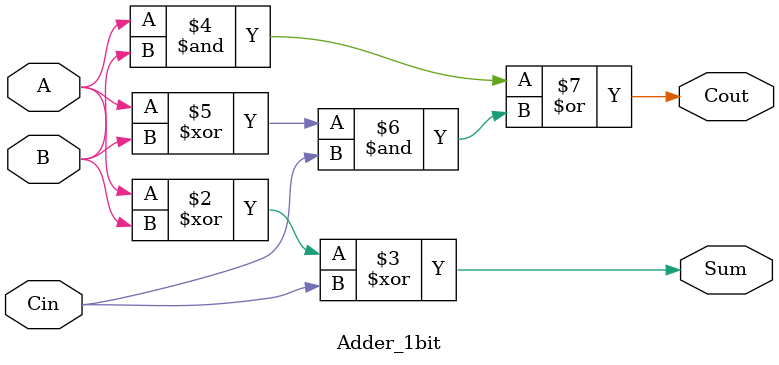
<source format=v>
module Adder_1bit( A,B,Cin,Sum,Cout);                	
    input  A, B; 
    input Cin; 			
    output Sum;
    output Cout;

      wire  A, B;
      wire Cin ;
      reg  Sum;
      reg Cout ;

 always @(A or B or Cin)
  begin 
   Sum = A ^ B ^ Cin; 
   Cout = A&B | (A^B) & Cin; 
  end 
endmodule

</source>
